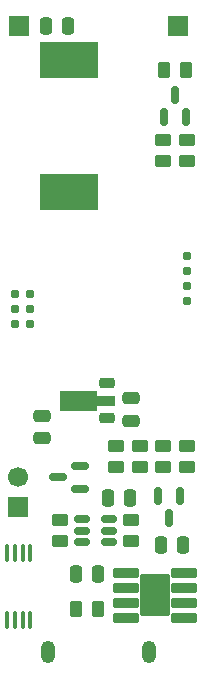
<source format=gbr>
%TF.GenerationSoftware,KiCad,Pcbnew,8.0.6*%
%TF.CreationDate,2025-01-15T19:29:55+01:00*%
%TF.ProjectId,boxmod,626f786d-6f64-42e6-9b69-6361645f7063,rev?*%
%TF.SameCoordinates,Original*%
%TF.FileFunction,Soldermask,Bot*%
%TF.FilePolarity,Negative*%
%FSLAX46Y46*%
G04 Gerber Fmt 4.6, Leading zero omitted, Abs format (unit mm)*
G04 Created by KiCad (PCBNEW 8.0.6) date 2025-01-15 19:29:55*
%MOMM*%
%LPD*%
G01*
G04 APERTURE LIST*
G04 Aperture macros list*
%AMRoundRect*
0 Rectangle with rounded corners*
0 $1 Rounding radius*
0 $2 $3 $4 $5 $6 $7 $8 $9 X,Y pos of 4 corners*
0 Add a 4 corners polygon primitive as box body*
4,1,4,$2,$3,$4,$5,$6,$7,$8,$9,$2,$3,0*
0 Add four circle primitives for the rounded corners*
1,1,$1+$1,$2,$3*
1,1,$1+$1,$4,$5*
1,1,$1+$1,$6,$7*
1,1,$1+$1,$8,$9*
0 Add four rect primitives between the rounded corners*
20,1,$1+$1,$2,$3,$4,$5,0*
20,1,$1+$1,$4,$5,$6,$7,0*
20,1,$1+$1,$6,$7,$8,$9,0*
20,1,$1+$1,$8,$9,$2,$3,0*%
%AMFreePoly0*
4,1,9,3.862500,-0.866500,0.737500,-0.866500,0.737500,-0.450000,-0.737500,-0.450000,-0.737500,0.450000,0.737500,0.450000,0.737500,0.866500,3.862500,0.866500,3.862500,-0.866500,3.862500,-0.866500,$1*%
G04 Aperture macros list end*
%ADD10R,1.700000X1.700000*%
%ADD11O,1.204000X1.904000*%
%ADD12RoundRect,0.100500X-0.986500X-0.301500X0.986500X-0.301500X0.986500X0.301500X-0.986500X0.301500X0*%
%ADD13RoundRect,0.102000X-1.206500X-1.651000X1.206500X-1.651000X1.206500X1.651000X-1.206500X1.651000X0*%
%ADD14RoundRect,0.250000X-0.450000X0.262500X-0.450000X-0.262500X0.450000X-0.262500X0.450000X0.262500X0*%
%ADD15RoundRect,0.250000X0.450000X-0.262500X0.450000X0.262500X-0.450000X0.262500X-0.450000X-0.262500X0*%
%ADD16RoundRect,0.150000X-0.512500X-0.150000X0.512500X-0.150000X0.512500X0.150000X-0.512500X0.150000X0*%
%ADD17RoundRect,0.250000X0.250000X0.475000X-0.250000X0.475000X-0.250000X-0.475000X0.250000X-0.475000X0*%
%ADD18R,5.000000X3.100000*%
%ADD19RoundRect,0.250000X-0.262500X-0.450000X0.262500X-0.450000X0.262500X0.450000X-0.262500X0.450000X0*%
%ADD20RoundRect,0.150000X0.587500X0.150000X-0.587500X0.150000X-0.587500X-0.150000X0.587500X-0.150000X0*%
%ADD21RoundRect,0.150000X0.150000X-0.587500X0.150000X0.587500X-0.150000X0.587500X-0.150000X-0.587500X0*%
%ADD22C,0.787400*%
%ADD23RoundRect,0.150000X-0.150000X0.587500X-0.150000X-0.587500X0.150000X-0.587500X0.150000X0.587500X0*%
%ADD24RoundRect,0.250000X-0.475000X0.250000X-0.475000X-0.250000X0.475000X-0.250000X0.475000X0.250000X0*%
%ADD25C,1.700000*%
%ADD26RoundRect,0.250000X-0.250000X-0.475000X0.250000X-0.475000X0.250000X0.475000X-0.250000X0.475000X0*%
%ADD27RoundRect,0.250000X0.262500X0.450000X-0.262500X0.450000X-0.262500X-0.450000X0.262500X-0.450000X0*%
%ADD28RoundRect,0.225000X0.425000X0.225000X-0.425000X0.225000X-0.425000X-0.225000X0.425000X-0.225000X0*%
%ADD29FreePoly0,180.000000*%
%ADD30RoundRect,0.100000X-0.100000X0.637500X-0.100000X-0.637500X0.100000X-0.637500X0.100000X0.637500X0*%
G04 APERTURE END LIST*
D10*
%TO.C,J5*%
X102250000Y-53250000D03*
%TD*%
D11*
%TO.C,J1*%
X99770000Y-106250000D03*
X91230000Y-106250000D03*
%TD*%
D10*
%TO.C,J4*%
X88750000Y-53250000D03*
%TD*%
D12*
%TO.C,U1*%
X97800000Y-103405000D03*
X97800000Y-102135000D03*
X97800000Y-100865000D03*
X97800000Y-99595000D03*
X102750000Y-99595000D03*
X102750000Y-100865000D03*
X102750000Y-102135000D03*
X102750000Y-103405000D03*
D13*
X100275000Y-101500000D03*
%TD*%
D14*
%TO.C,R14*%
X103000000Y-62900000D03*
X103000000Y-64725000D03*
%TD*%
D15*
%TO.C,R15*%
X101000000Y-64725000D03*
X101000000Y-62900000D03*
%TD*%
D16*
%TO.C,U2*%
X94112500Y-96950000D03*
X94112500Y-96000000D03*
X94112500Y-95050000D03*
X96387500Y-95050000D03*
X96387500Y-96000000D03*
X96387500Y-96950000D03*
%TD*%
D17*
%TO.C,C3*%
X98200000Y-93250000D03*
X96300000Y-93250000D03*
%TD*%
D18*
%TO.C,L3*%
X93000000Y-67300000D03*
X93000000Y-56200000D03*
%TD*%
D19*
%TO.C,R9*%
X101087500Y-57000000D03*
X102912500Y-57000000D03*
%TD*%
D20*
%TO.C,Q3*%
X93937500Y-90550000D03*
X93937500Y-92450000D03*
X92062500Y-91500000D03*
%TD*%
D21*
%TO.C,Q4*%
X102950000Y-61000000D03*
X101050000Y-61000000D03*
X102000000Y-59125000D03*
%TD*%
D22*
%TO.C,J2*%
X103000000Y-72750000D03*
X103000000Y-74020000D03*
X103000000Y-75290000D03*
X103000000Y-76560000D03*
%TD*%
D14*
%TO.C,R5*%
X98250000Y-95087500D03*
X98250000Y-96912500D03*
%TD*%
D23*
%TO.C,Q5*%
X100550000Y-93062500D03*
X102450000Y-93062500D03*
X101500000Y-94937500D03*
%TD*%
D24*
%TO.C,C17*%
X98250000Y-84800000D03*
X98250000Y-86700000D03*
%TD*%
D25*
%TO.C,BT1*%
X88725000Y-91500000D03*
D10*
X88725000Y-94040000D03*
%TD*%
D26*
%TO.C,C1*%
X93575000Y-99655000D03*
X95475000Y-99655000D03*
%TD*%
D14*
%TO.C,R19*%
X97000000Y-88837500D03*
X97000000Y-90662500D03*
%TD*%
D15*
%TO.C,R16*%
X101000000Y-90662500D03*
X101000000Y-88837500D03*
%TD*%
D22*
%TO.C,J3*%
X88480000Y-78540000D03*
X89750000Y-78540000D03*
X88480000Y-77270000D03*
X89750000Y-77270000D03*
X88480000Y-76000000D03*
X89750000Y-76000000D03*
%TD*%
D24*
%TO.C,C16*%
X90750000Y-86300000D03*
X90750000Y-88200000D03*
%TD*%
D15*
%TO.C,R18*%
X99000000Y-90662500D03*
X99000000Y-88837500D03*
%TD*%
%TO.C,R4*%
X92250000Y-96912500D03*
X92250000Y-95087500D03*
%TD*%
D27*
%TO.C,R1*%
X95437500Y-102655000D03*
X93612500Y-102655000D03*
%TD*%
D28*
%TO.C,U4*%
X96200000Y-83500000D03*
D29*
X96112500Y-85000000D03*
D28*
X96200000Y-86500000D03*
%TD*%
D30*
%TO.C,Q1*%
X87775000Y-97887500D03*
X88425000Y-97887500D03*
X89075000Y-97887500D03*
X89725000Y-97887500D03*
X89725000Y-103612500D03*
X89075000Y-103612500D03*
X88425000Y-103612500D03*
X87775000Y-103612500D03*
%TD*%
D14*
%TO.C,R17*%
X103000000Y-88837500D03*
X103000000Y-90662500D03*
%TD*%
D17*
%TO.C,C18*%
X92950000Y-53250000D03*
X91050000Y-53250000D03*
%TD*%
D26*
%TO.C,C2*%
X100800000Y-97250000D03*
X102700000Y-97250000D03*
%TD*%
M02*

</source>
